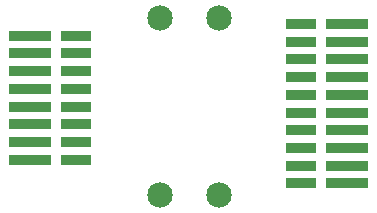
<source format=gbr>
%TF.GenerationSoftware,KiCad,Pcbnew,8.0.8+dfsg-1*%
%TF.CreationDate,2025-08-04T21:21:26+02:00*%
%TF.ProjectId,PicoSpoxAdapter_v2,5069636f-5370-46f7-9841-646170746572,rev?*%
%TF.SameCoordinates,Original*%
%TF.FileFunction,Soldermask,Top*%
%TF.FilePolarity,Negative*%
%FSLAX46Y46*%
G04 Gerber Fmt 4.6, Leading zero omitted, Abs format (unit mm)*
G04 Created by KiCad (PCBNEW 8.0.8+dfsg-1) date 2025-08-04 21:21:26*
%MOMM*%
%LPD*%
G01*
G04 APERTURE LIST*
%ADD10C,2.154000*%
%ADD11R,2.641600X0.838200*%
%ADD12R,3.556000X0.838200*%
G04 APERTURE END LIST*
D10*
%TO.C,J3*%
X190500000Y-110500000D03*
X195500000Y-110500000D03*
%TD*%
%TO.C,J4*%
X195500000Y-95500000D03*
X190500000Y-95500000D03*
%TD*%
D11*
%TO.C,J2*%
X202454801Y-109499999D03*
D12*
X206354801Y-109499999D03*
D11*
X202454801Y-108000000D03*
D12*
X206354801Y-108000000D03*
D11*
X202454801Y-106500000D03*
D12*
X206354801Y-106500000D03*
D11*
X202454801Y-105000001D03*
D12*
X206354801Y-105000001D03*
D11*
X202454801Y-103500001D03*
D12*
X206354801Y-103500001D03*
D11*
X202454801Y-102000002D03*
D12*
X206354801Y-102000002D03*
D11*
X202454801Y-100499999D03*
D12*
X206354801Y-100499999D03*
D11*
X202454801Y-99000000D03*
D12*
X206354801Y-99000000D03*
D11*
X202454801Y-97500000D03*
D12*
X206354801Y-97500000D03*
D11*
X202454801Y-96000001D03*
D12*
X206354801Y-96000001D03*
%TD*%
D11*
%TO.C,J1*%
X183400000Y-96999999D03*
D12*
X179500000Y-96999999D03*
D11*
X183400000Y-98499999D03*
D12*
X179500000Y-98499999D03*
D11*
X183400000Y-99999998D03*
D12*
X179500000Y-99999998D03*
D11*
X183400000Y-101499998D03*
D12*
X179500000Y-101499998D03*
D11*
X183400000Y-103000000D03*
D12*
X179500000Y-103000000D03*
D11*
X183400000Y-104500000D03*
D12*
X179500000Y-104500000D03*
D11*
X183400000Y-105999999D03*
D12*
X179500000Y-105999999D03*
D11*
X183400000Y-107499999D03*
D12*
X179500000Y-107499999D03*
%TD*%
M02*

</source>
